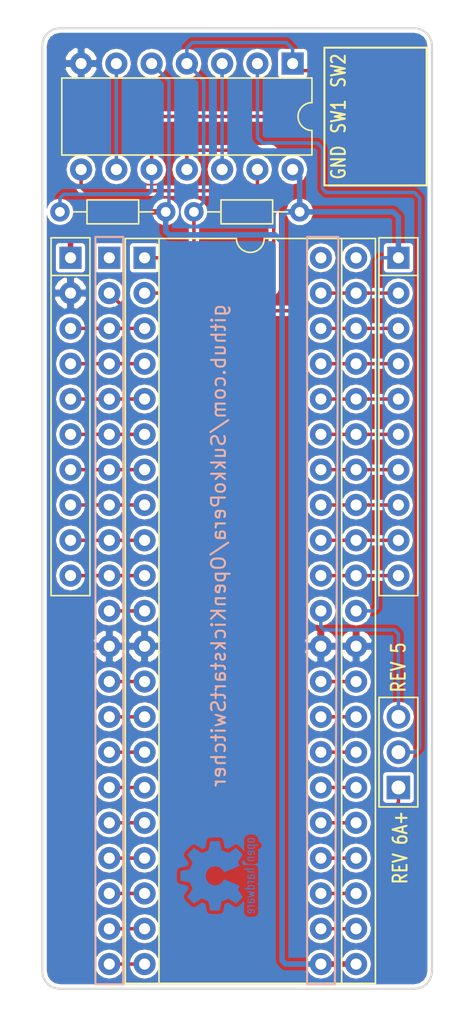
<source format=kicad_pcb>
(kicad_pcb (version 4) (host pcbnew 4.0.7)
  (layers (0 F.Cu signal) (31 B.Cu signal) (36 B.SilkS user) (37 F.SilkS user) (38 B.Mask user) (39 F.Mask user) (44 Edge.Cuts user))
  (net 0 "")
  (net 1 "Net-(J1-Pad1)")
  (net 2 "Net-(J1-Pad2)")
  (net 3 "Net-(J1-Pad3)")
  (net 4 /sw18)
  (net 5 /sw17)
  (net 6 GND)
  (net 7 VCC)
  (net 8 /a9)
  (net 9 /a10)
  (net 10 /a11)
  (net 11 /a12)
  (net 12 /a13)
  (net 13 /a14)
  (net 14 /a15)
  (net 15 /a16)
  (net 16 /a0)
  (net 17 /a1)
  (net 18 /a2)
  (net 19 /a3)
  (net 20 /a4)
  (net 21 /a5)
  (net 22 /a6)
  (net 23 /a7)
  (net 24 /a8)
  (net 25 /d4)
  (net 26 /d12)
  (net 27 /d5)
  (net 28 /d13)
  (net 29 /d6)
  (net 30 /d14)
  (net 31 /d7)
  (net 32 /d15)
  (net 33 "Net-(U1-Pad11)")
  (net 34 "Net-(U1-Pad13)")
  (net 35 /d0)
  (net 36 /d8)
  (net 37 /d1)
  (net 38 /d9)
  (net 39 /d2)
  (net 40 /d10)
  (net 41 /d3)
  (net 42 /d11)
  (net 43 "Net-(U2-Pad2)")
  (net 44 "Net-(U3-Pad13)")
  (net 45 "Net-(U3-Pad6)")
  (net 46 "Net-(U3-Pad12)")
  (module Resistors_THT:R_Axial_DIN0204_L3.6mm_D1.6mm_P7.62mm_Horizontal (layer F.Cu) (at 162.56 101.6 180)
    (fp_text reference R1 hide)
    (fp_text value 10k)
    (fp_line (start 1.95 -0.86) (end 1.95 0.86) (layer F.SilkS) (width 0.12))
    (fp_line (start 1.95 0.86) (end 5.67 0.86) (layer F.SilkS) (width 0.12))
    (fp_line (start 5.67 0.86) (end 5.67 -0.86) (layer F.SilkS) (width 0.12))
    (fp_line (start 5.67 -0.86) (end 1.95 -0.86) (layer F.SilkS) (width 0.12))
    (fp_line (start 0.88 0) (end 1.95 0) (layer F.SilkS) (width 0.12))
    (fp_line (start 6.74 0) (end 5.67 0) (layer F.SilkS) (width 0.12))
    (pad 1 thru_hole circle (at 0 0 180) (size 1.4 1.4) (drill 0.7) (layers *.Cu *.Mask) (net 7 VCC))
    (pad 2 thru_hole oval (at 7.62 0 180) (size 1.4 1.4) (drill 0.7) (layers *.Cu *.Mask) (net 4 /sw18))
  )
  (module Resistors_THT:R_Axial_DIN0204_L3.6mm_D1.6mm_P7.62mm_Horizontal (layer F.Cu) (at 152.908 101.6 180)
    (fp_text reference R2 hide)
    (fp_text value 10k)
    (fp_line (start 1.95 -0.86) (end 1.95 0.86) (layer F.SilkS) (width 0.12))
    (fp_line (start 1.95 0.86) (end 5.67 0.86) (layer F.SilkS) (width 0.12))
    (fp_line (start 5.67 0.86) (end 5.67 -0.86) (layer F.SilkS) (width 0.12))
    (fp_line (start 5.67 -0.86) (end 1.95 -0.86) (layer F.SilkS) (width 0.12))
    (fp_line (start 0.88 0) (end 1.95 0) (layer F.SilkS) (width 0.12))
    (fp_line (start 6.74 0) (end 5.67 0) (layer F.SilkS) (width 0.12))
    (pad 1 thru_hole circle (at 0 0 180) (size 1.4 1.4) (drill 0.7) (layers *.Cu *.Mask) (net 7 VCC))
    (pad 2 thru_hole oval (at 7.62 0 180) (size 1.4 1.4) (drill 0.7) (layers *.Cu *.Mask) (net 5 /sw17))
  )
  (module Resistors_THT:R_Array_SIP10 (layer F.Cu) (at 146.05 104.902 270)
    (fp_text reference RN1 hide)
    (fp_text value 4.7k hide)
    (fp_line (start -1.44 -1.4) (end -1.44 1.4) (layer F.SilkS) (width 0.12))
    (fp_line (start -1.44 1.4) (end 24.3 1.4) (layer F.SilkS) (width 0.12))
    (fp_line (start 24.3 1.4) (end 24.3 -1.4) (layer F.SilkS) (width 0.12))
    (fp_line (start 24.3 -1.4) (end -1.44 -1.4) (layer F.SilkS) (width 0.12))
    (fp_line (start 1.27 -1.4) (end 1.27 1.4) (layer F.SilkS) (width 0.12))
    (pad 1 thru_hole rect (at 0 0 270) (size 1.6 1.6) (drill 0.8) (layers *.Cu *.Mask) (net 7 VCC))
    (pad 2 thru_hole oval (at 2.54 0 270) (size 1.6 1.6) (drill 0.8) (layers *.Cu *.Mask) (net 6 GND))
    (pad 3 thru_hole oval (at 5.08 0 270) (size 1.6 1.6) (drill 0.8) (layers *.Cu *.Mask) (net 23 /a7))
    (pad 4 thru_hole oval (at 7.62 0 270) (size 1.6 1.6) (drill 0.8) (layers *.Cu *.Mask) (net 22 /a6))
    (pad 5 thru_hole oval (at 10.16 0 270) (size 1.6 1.6) (drill 0.8) (layers *.Cu *.Mask) (net 21 /a5))
    (pad 6 thru_hole oval (at 12.7 0 270) (size 1.6 1.6) (drill 0.8) (layers *.Cu *.Mask) (net 20 /a4))
    (pad 7 thru_hole oval (at 15.24 0 270) (size 1.6 1.6) (drill 0.8) (layers *.Cu *.Mask) (net 19 /a3))
    (pad 8 thru_hole oval (at 17.78 0 270) (size 1.6 1.6) (drill 0.8) (layers *.Cu *.Mask) (net 18 /a2))
    (pad 9 thru_hole oval (at 20.32 0 270) (size 1.6 1.6) (drill 0.8) (layers *.Cu *.Mask) (net 17 /a1))
    (pad 10 thru_hole oval (at 22.86 0 270) (size 1.6 1.6) (drill 0.8) (layers *.Cu *.Mask) (net 16 /a0))
  )
  (module Resistors_THT:R_Array_SIP10 (layer F.Cu) (at 169.672 104.902 270)
    (fp_text reference RN2 hide)
    (fp_text value 4.7k hide)
    (fp_line (start -1.44 -1.4) (end -1.44 1.4) (layer F.SilkS) (width 0.12))
    (fp_line (start -1.44 1.4) (end 24.3 1.4) (layer F.SilkS) (width 0.12))
    (fp_line (start 24.3 1.4) (end 24.3 -1.4) (layer F.SilkS) (width 0.12))
    (fp_line (start 24.3 -1.4) (end -1.44 -1.4) (layer F.SilkS) (width 0.12))
    (fp_line (start 1.27 -1.4) (end 1.27 1.4) (layer F.SilkS) (width 0.12))
    (pad 1 thru_hole rect (at 0 0 270) (size 1.6 1.6) (drill 0.8) (layers *.Cu *.Mask) (net 7 VCC))
    (pad 2 thru_hole oval (at 2.54 0 270) (size 1.6 1.6) (drill 0.8) (layers *.Cu *.Mask) (net 24 /a8))
    (pad 3 thru_hole oval (at 5.08 0 270) (size 1.6 1.6) (drill 0.8) (layers *.Cu *.Mask) (net 8 /a9))
    (pad 4 thru_hole oval (at 7.62 0 270) (size 1.6 1.6) (drill 0.8) (layers *.Cu *.Mask) (net 9 /a10))
    (pad 5 thru_hole oval (at 10.16 0 270) (size 1.6 1.6) (drill 0.8) (layers *.Cu *.Mask) (net 10 /a11))
    (pad 6 thru_hole oval (at 12.7 0 270) (size 1.6 1.6) (drill 0.8) (layers *.Cu *.Mask) (net 11 /a12))
    (pad 7 thru_hole oval (at 15.24 0 270) (size 1.6 1.6) (drill 0.8) (layers *.Cu *.Mask) (net 12 /a13))
    (pad 8 thru_hole oval (at 17.78 0 270) (size 1.6 1.6) (drill 0.8) (layers *.Cu *.Mask) (net 13 /a14))
    (pad 9 thru_hole oval (at 20.32 0 270) (size 1.6 1.6) (drill 0.8) (layers *.Cu *.Mask) (net 14 /a15))
    (pad 10 thru_hole oval (at 22.86 0 270) (size 1.6 1.6) (drill 0.8) (layers *.Cu *.Mask) (net 15 /a16))
  )
  (module Housings_DIP:DIP-14_W7.62mm (layer F.Cu) (at 162.052 90.932 270)
    (fp_text reference U3 hide)
    (fp_text value 7400)
    (fp_line (start 2.81 -1.39) (end 1.04 -1.39) (layer F.SilkS) (width 0.12))
    (fp_line (start 1.04 -1.39) (end 1.04 16.63) (layer F.SilkS) (width 0.12))
    (fp_line (start 1.04 16.63) (end 6.58 16.63) (layer F.SilkS) (width 0.12))
    (fp_line (start 6.58 16.63) (end 6.58 -1.39) (layer F.SilkS) (width 0.12))
    (fp_line (start 6.58 -1.39) (end 4.81 -1.39) (layer F.SilkS) (width 0.12))
    (fp_arc (start 3.81 -1.39) (end 2.81 -1.39) (angle -180) (layer F.SilkS) (width 0.12))
    (pad 1 thru_hole rect (at 0 0 270) (size 1.6 1.6) (drill 0.8) (layers *.Cu *.Mask) (net 4 /sw18))
    (pad 8 thru_hole oval (at 7.62 15.24 270) (size 1.6 1.6) (drill 0.8) (layers *.Cu *.Mask) (net 44 "Net-(U3-Pad13)"))
    (pad 2 thru_hole oval (at 0 2.54 270) (size 1.6 1.6) (drill 0.8) (layers *.Cu *.Mask) (net 2 "Net-(J1-Pad2)"))
    (pad 9 thru_hole oval (at 7.62 12.7 270) (size 1.6 1.6) (drill 0.8) (layers *.Cu *.Mask) (net 45 "Net-(U3-Pad6)"))
    (pad 3 thru_hole oval (at 0 5.08 270) (size 1.6 1.6) (drill 0.8) (layers *.Cu *.Mask) (net 46 "Net-(U3-Pad12)"))
    (pad 10 thru_hole oval (at 7.62 10.16 270) (size 1.6 1.6) (drill 0.8) (layers *.Cu *.Mask) (net 5 /sw17))
    (pad 4 thru_hole oval (at 0 7.62 270) (size 1.6 1.6) (drill 0.8) (layers *.Cu *.Mask) (net 4 /sw18))
    (pad 11 thru_hole oval (at 7.62 7.62 270) (size 1.6 1.6) (drill 0.8) (layers *.Cu *.Mask) (net 43 "Net-(U2-Pad2)"))
    (pad 5 thru_hole oval (at 0 10.16 270) (size 1.6 1.6) (drill 0.8) (layers *.Cu *.Mask) (net 7 VCC))
    (pad 12 thru_hole oval (at 7.62 5.08 270) (size 1.6 1.6) (drill 0.8) (layers *.Cu *.Mask) (net 46 "Net-(U3-Pad12)"))
    (pad 6 thru_hole oval (at 0 12.7 270) (size 1.6 1.6) (drill 0.8) (layers *.Cu *.Mask) (net 45 "Net-(U3-Pad6)"))
    (pad 13 thru_hole oval (at 7.62 2.54 270) (size 1.6 1.6) (drill 0.8) (layers *.Cu *.Mask) (net 44 "Net-(U3-Pad13)"))
    (pad 7 thru_hole oval (at 0 15.24 270) (size 1.6 1.6) (drill 0.8) (layers *.Cu *.Mask) (net 6 GND))
    (pad 14 thru_hole oval (at 7.62 0 270) (size 1.6 1.6) (drill 0.8) (layers *.Cu *.Mask) (net 7 VCC))
  )
  (module OpenKickstartSwitcher:LoosePads-3 (layer F.Cu) (at 168.783 94.77 270)
    (fp_text reference J2 hide)
    (fp_text value Conn_01x03 hide)
    (pad 1 smd rect (at -3.33 0) (size 5.08 2.54) (layers F.Cu F.Mask) (net 4 /sw18))
    (pad 2 smd rect (at -0.028 0) (size 5.08 2.54) (layers F.Cu F.Mask) (net 5 /sw17))
    (pad 3 smd rect (at 3.274 0) (size 5.08 2.54) (layers F.Cu F.Mask) (net 6 GND))
  )
  (module OpenKickstartSwitcher:DIP-42_DualHeaderStrips (layer F.Cu) (at 148.844 104.902)
    (fp_text reference U1 hide)
    (fp_text value KS_SOCKET hide)
    (fp_line (start 16.5 -1.5) (end 14.25 -1.5) (layer B.SilkS) (width 0.15))
    (fp_line (start 14.25 52.25) (end 16.25 52.25) (layer B.SilkS) (width 0.15))
    (fp_line (start -1 -1.5) (end 1 -1.5) (layer B.SilkS) (width 0.15))
    (fp_line (start 1 -1.5) (end 1 52.25) (layer B.SilkS) (width 0.15))
    (fp_line (start 14.25 52.25) (end 14.25 -1.5) (layer B.SilkS) (width 0.15))
    (fp_line (start -1 -1.5) (end -1 52.25) (layer B.SilkS) (width 0.15))
    (fp_line (start -1 52.25) (end 1 52.25) (layer B.SilkS) (width 0.15))
    (fp_line (start 16.25 52.25) (end 16.5 -1.5) (layer B.SilkS) (width 0.15))
    (pad 1 thru_hole rect (at 0 0) (size 1.6 1.6) (drill 0.8) (layers *.Cu *.Mask))
    (pad 22 thru_hole oval (at 15.24 50.8) (size 1.6 1.6) (drill 0.8) (layers *.Cu *.Mask) (net 7 VCC))
    (pad 2 thru_hole oval (at 0 2.54) (size 1.6 1.6) (drill 0.8) (layers *.Cu *.Mask) (net 1 "Net-(J1-Pad1)"))
    (pad 23 thru_hole oval (at 15.24 48.26) (size 1.6 1.6) (drill 0.8) (layers *.Cu *.Mask) (net 25 /d4))
    (pad 3 thru_hole oval (at 0 5.08) (size 1.6 1.6) (drill 0.8) (layers *.Cu *.Mask) (net 23 /a7))
    (pad 24 thru_hole oval (at 15.24 45.72) (size 1.6 1.6) (drill 0.8) (layers *.Cu *.Mask) (net 26 /d12))
    (pad 4 thru_hole oval (at 0 7.62) (size 1.6 1.6) (drill 0.8) (layers *.Cu *.Mask) (net 22 /a6))
    (pad 25 thru_hole oval (at 15.24 43.18) (size 1.6 1.6) (drill 0.8) (layers *.Cu *.Mask) (net 27 /d5))
    (pad 5 thru_hole oval (at 0 10.16) (size 1.6 1.6) (drill 0.8) (layers *.Cu *.Mask) (net 21 /a5))
    (pad 26 thru_hole oval (at 15.24 40.64) (size 1.6 1.6) (drill 0.8) (layers *.Cu *.Mask) (net 28 /d13))
    (pad 6 thru_hole oval (at 0 12.7) (size 1.6 1.6) (drill 0.8) (layers *.Cu *.Mask) (net 20 /a4))
    (pad 27 thru_hole oval (at 15.24 38.1) (size 1.6 1.6) (drill 0.8) (layers *.Cu *.Mask) (net 29 /d6))
    (pad 7 thru_hole oval (at 0 15.24) (size 1.6 1.6) (drill 0.8) (layers *.Cu *.Mask) (net 19 /a3))
    (pad 28 thru_hole oval (at 15.24 35.56) (size 1.6 1.6) (drill 0.8) (layers *.Cu *.Mask) (net 30 /d14))
    (pad 8 thru_hole oval (at 0 17.78) (size 1.6 1.6) (drill 0.8) (layers *.Cu *.Mask) (net 18 /a2))
    (pad 29 thru_hole oval (at 15.24 33.02) (size 1.6 1.6) (drill 0.8) (layers *.Cu *.Mask) (net 31 /d7))
    (pad 9 thru_hole oval (at 0 20.32) (size 1.6 1.6) (drill 0.8) (layers *.Cu *.Mask) (net 17 /a1))
    (pad 30 thru_hole oval (at 15.24 30.48) (size 1.6 1.6) (drill 0.8) (layers *.Cu *.Mask) (net 32 /d15))
    (pad 10 thru_hole oval (at 0 22.86) (size 1.6 1.6) (drill 0.8) (layers *.Cu *.Mask) (net 16 /a0))
    (pad 31 thru_hole oval (at 15.24 27.94) (size 1.6 1.6) (drill 0.8) (layers *.Cu *.Mask) (net 6 GND))
    (pad 11 thru_hole oval (at 0 25.4) (size 1.6 1.6) (drill 0.8) (layers *.Cu *.Mask) (net 33 "Net-(U1-Pad11)"))
    (pad 32 thru_hole oval (at 15.24 25.4) (size 1.6 1.6) (drill 0.8) (layers *.Cu *.Mask) (net 3 "Net-(J1-Pad3)"))
    (pad 12 thru_hole oval (at 0 27.94) (size 1.6 1.6) (drill 0.8) (layers *.Cu *.Mask) (net 6 GND))
    (pad 33 thru_hole oval (at 15.24 22.86) (size 1.6 1.6) (drill 0.8) (layers *.Cu *.Mask) (net 15 /a16))
    (pad 13 thru_hole oval (at 0 30.48) (size 1.6 1.6) (drill 0.8) (layers *.Cu *.Mask) (net 34 "Net-(U1-Pad13)"))
    (pad 34 thru_hole oval (at 15.24 20.32) (size 1.6 1.6) (drill 0.8) (layers *.Cu *.Mask) (net 14 /a15))
    (pad 14 thru_hole oval (at 0 33.02) (size 1.6 1.6) (drill 0.8) (layers *.Cu *.Mask) (net 35 /d0))
    (pad 35 thru_hole oval (at 15.24 17.78) (size 1.6 1.6) (drill 0.8) (layers *.Cu *.Mask) (net 13 /a14))
    (pad 15 thru_hole oval (at 0 35.56) (size 1.6 1.6) (drill 0.8) (layers *.Cu *.Mask) (net 36 /d8))
    (pad 36 thru_hole oval (at 15.24 15.24) (size 1.6 1.6) (drill 0.8) (layers *.Cu *.Mask) (net 12 /a13))
    (pad 16 thru_hole oval (at 0 38.1) (size 1.6 1.6) (drill 0.8) (layers *.Cu *.Mask) (net 37 /d1))
    (pad 37 thru_hole oval (at 15.24 12.7) (size 1.6 1.6) (drill 0.8) (layers *.Cu *.Mask) (net 11 /a12))
    (pad 17 thru_hole oval (at 0 40.64) (size 1.6 1.6) (drill 0.8) (layers *.Cu *.Mask) (net 38 /d9))
    (pad 38 thru_hole oval (at 15.24 10.16) (size 1.6 1.6) (drill 0.8) (layers *.Cu *.Mask) (net 10 /a11))
    (pad 18 thru_hole oval (at 0 43.18) (size 1.6 1.6) (drill 0.8) (layers *.Cu *.Mask) (net 39 /d2))
    (pad 39 thru_hole oval (at 15.24 7.62) (size 1.6 1.6) (drill 0.8) (layers *.Cu *.Mask) (net 9 /a10))
    (pad 19 thru_hole oval (at 0 45.72) (size 1.6 1.6) (drill 0.8) (layers *.Cu *.Mask) (net 40 /d10))
    (pad 40 thru_hole oval (at 15.24 5.08) (size 1.6 1.6) (drill 0.8) (layers *.Cu *.Mask) (net 8 /a9))
    (pad 20 thru_hole oval (at 0 48.26) (size 1.6 1.6) (drill 0.8) (layers *.Cu *.Mask) (net 41 /d3))
    (pad 41 thru_hole oval (at 15.24 2.54) (size 1.6 1.6) (drill 0.8) (layers *.Cu *.Mask) (net 24 /a8))
    (pad 21 thru_hole oval (at 0 50.8) (size 1.6 1.6) (drill 0.8) (layers *.Cu *.Mask) (net 42 /d11))
    (pad 42 thru_hole oval (at 15.24 0) (size 1.6 1.6) (drill 0.8) (layers *.Cu *.Mask))
  )
  (module OpenKickstartSwitcher:Pin_Header_Straight_1x03-ModSilkS (layer F.Cu) (at 169.672 143.002 180)
    (fp_text reference J1 hide)
    (fp_text value Conn_01x03 hide)
    (fp_line (start -1.397 -1.397) (end -1.397 6.477) (layer F.SilkS) (width 0.12))
    (fp_line (start -1.397 6.477) (end 1.397 6.477) (layer F.SilkS) (width 0.12))
    (fp_line (start 1.397 6.477) (end 1.397 -1.397) (layer F.SilkS) (width 0.12))
    (fp_line (start 1.397 -1.397) (end -1.397 -1.397) (layer F.SilkS) (width 0.12))
    (pad 1 thru_hole rect (at 0 0 180) (size 1.7 1.7) (drill 1) (layers *.Cu *.Mask) (net 1 "Net-(J1-Pad1)"))
    (pad 2 thru_hole oval (at 0 2.54 180) (size 1.7 1.7) (drill 1) (layers *.Cu *.Mask) (net 2 "Net-(J1-Pad2)"))
    (pad 3 thru_hole oval (at 0 5.08 180) (size 1.7 1.7) (drill 1) (layers *.Cu *.Mask) (net 3 "Net-(J1-Pad3)"))
  )
  (module OpenKickstartSwitcher:DIP-42_Socket (layer F.Cu) (at 151.384 104.902)
    (fp_text reference U2 hide)
    (fp_text value M27C800)
    (fp_line (start 6.62 -1.39) (end -1.39 -1.39) (layer F.SilkS) (width 0.12))
    (fp_line (start 1.04 -1.39) (end 1.04 52.19) (layer F.SilkS) (width 0.12))
    (fp_line (start 1.04 52.19) (end 14.2 52.19) (layer F.SilkS) (width 0.12))
    (fp_line (start 14.2 52.19) (end 14.2 -1.39) (layer F.SilkS) (width 0.12))
    (fp_line (start 16.63 -1.39) (end 8.62 -1.39) (layer F.SilkS) (width 0.12))
    (fp_line (start -1.39 -1.39) (end -1.39 52.19) (layer F.SilkS) (width 0.12))
    (fp_line (start -1.39 52.19) (end 16.63 52.19) (layer F.SilkS) (width 0.12))
    (fp_line (start 16.63 52.19) (end 16.63 -1.39) (layer F.SilkS) (width 0.12))
    (fp_arc (start 7.62 -1.39) (end 6.62 -1.39) (angle -180) (layer F.SilkS) (width 0.12))
    (pad 1 thru_hole rect (at 0 0) (size 1.6 1.6) (drill 0.8) (layers *.Cu *.Mask) (net 4 /sw18))
    (pad 22 thru_hole oval (at 15.24 50.8) (size 1.6 1.6) (drill 0.8) (layers *.Cu *.Mask) (net 7 VCC))
    (pad 2 thru_hole oval (at 0 2.54) (size 1.6 1.6) (drill 0.8) (layers *.Cu *.Mask) (net 43 "Net-(U2-Pad2)"))
    (pad 23 thru_hole oval (at 15.24 48.26) (size 1.6 1.6) (drill 0.8) (layers *.Cu *.Mask) (net 25 /d4))
    (pad 3 thru_hole oval (at 0 5.08) (size 1.6 1.6) (drill 0.8) (layers *.Cu *.Mask) (net 23 /a7))
    (pad 24 thru_hole oval (at 15.24 45.72) (size 1.6 1.6) (drill 0.8) (layers *.Cu *.Mask) (net 26 /d12))
    (pad 4 thru_hole oval (at 0 7.62) (size 1.6 1.6) (drill 0.8) (layers *.Cu *.Mask) (net 22 /a6))
    (pad 25 thru_hole oval (at 15.24 43.18) (size 1.6 1.6) (drill 0.8) (layers *.Cu *.Mask) (net 27 /d5))
    (pad 5 thru_hole oval (at 0 10.16) (size 1.6 1.6) (drill 0.8) (layers *.Cu *.Mask) (net 21 /a5))
    (pad 26 thru_hole oval (at 15.24 40.64) (size 1.6 1.6) (drill 0.8) (layers *.Cu *.Mask) (net 28 /d13))
    (pad 6 thru_hole oval (at 0 12.7) (size 1.6 1.6) (drill 0.8) (layers *.Cu *.Mask) (net 20 /a4))
    (pad 27 thru_hole oval (at 15.24 38.1) (size 1.6 1.6) (drill 0.8) (layers *.Cu *.Mask) (net 29 /d6))
    (pad 7 thru_hole oval (at 0 15.24) (size 1.6 1.6) (drill 0.8) (layers *.Cu *.Mask) (net 19 /a3))
    (pad 28 thru_hole oval (at 15.24 35.56) (size 1.6 1.6) (drill 0.8) (layers *.Cu *.Mask) (net 30 /d14))
    (pad 8 thru_hole oval (at 0 17.78) (size 1.6 1.6) (drill 0.8) (layers *.Cu *.Mask) (net 18 /a2))
    (pad 29 thru_hole oval (at 15.24 33.02) (size 1.6 1.6) (drill 0.8) (layers *.Cu *.Mask) (net 31 /d7))
    (pad 9 thru_hole oval (at 0 20.32) (size 1.6 1.6) (drill 0.8) (layers *.Cu *.Mask) (net 17 /a1))
    (pad 30 thru_hole oval (at 15.24 30.48) (size 1.6 1.6) (drill 0.8) (layers *.Cu *.Mask) (net 32 /d15))
    (pad 10 thru_hole oval (at 0 22.86) (size 1.6 1.6) (drill 0.8) (layers *.Cu *.Mask) (net 16 /a0))
    (pad 31 thru_hole oval (at 15.24 27.94) (size 1.6 1.6) (drill 0.8) (layers *.Cu *.Mask) (net 6 GND))
    (pad 11 thru_hole oval (at 0 25.4) (size 1.6 1.6) (drill 0.8) (layers *.Cu *.Mask) (net 33 "Net-(U1-Pad11)"))
    (pad 32 thru_hole oval (at 15.24 25.4) (size 1.6 1.6) (drill 0.8) (layers *.Cu *.Mask) (net 7 VCC))
    (pad 12 thru_hole oval (at 0 27.94) (size 1.6 1.6) (drill 0.8) (layers *.Cu *.Mask) (net 6 GND))
    (pad 33 thru_hole oval (at 15.24 22.86) (size 1.6 1.6) (drill 0.8) (layers *.Cu *.Mask) (net 15 /a16))
    (pad 13 thru_hole oval (at 0 30.48) (size 1.6 1.6) (drill 0.8) (layers *.Cu *.Mask) (net 34 "Net-(U1-Pad13)"))
    (pad 34 thru_hole oval (at 15.24 20.32) (size 1.6 1.6) (drill 0.8) (layers *.Cu *.Mask) (net 14 /a15))
    (pad 14 thru_hole oval (at 0 33.02) (size 1.6 1.6) (drill 0.8) (layers *.Cu *.Mask) (net 35 /d0))
    (pad 35 thru_hole oval (at 15.24 17.78) (size 1.6 1.6) (drill 0.8) (layers *.Cu *.Mask) (net 13 /a14))
    (pad 15 thru_hole oval (at 0 35.56) (size 1.6 1.6) (drill 0.8) (layers *.Cu *.Mask) (net 36 /d8))
    (pad 36 thru_hole oval (at 15.24 15.24) (size 1.6 1.6) (drill 0.8) (layers *.Cu *.Mask) (net 12 /a13))
    (pad 16 thru_hole oval (at 0 38.1) (size 1.6 1.6) (drill 0.8) (layers *.Cu *.Mask) (net 37 /d1))
    (pad 37 thru_hole oval (at 15.24 12.7) (size 1.6 1.6) (drill 0.8) (layers *.Cu *.Mask) (net 11 /a12))
    (pad 17 thru_hole oval (at 0 40.64) (size 1.6 1.6) (drill 0.8) (layers *.Cu *.Mask) (net 38 /d9))
    (pad 38 thru_hole oval (at 15.24 10.16) (size 1.6 1.6) (drill 0.8) (layers *.Cu *.Mask) (net 10 /a11))
    (pad 18 thru_hole oval (at 0 43.18) (size 1.6 1.6) (drill 0.8) (layers *.Cu *.Mask) (net 39 /d2))
    (pad 39 thru_hole oval (at 15.24 7.62) (size 1.6 1.6) (drill 0.8) (layers *.Cu *.Mask) (net 9 /a10))
    (pad 19 thru_hole oval (at 0 45.72) (size 1.6 1.6) (drill 0.8) (layers *.Cu *.Mask) (net 40 /d10))
    (pad 40 thru_hole oval (at 15.24 5.08) (size 1.6 1.6) (drill 0.8) (layers *.Cu *.Mask) (net 8 /a9))
    (pad 20 thru_hole oval (at 0 48.26) (size 1.6 1.6) (drill 0.8) (layers *.Cu *.Mask) (net 41 /d3))
    (pad 41 thru_hole oval (at 15.24 2.54) (size 1.6 1.6) (drill 0.8) (layers *.Cu *.Mask) (net 24 /a8))
    (pad 21 thru_hole oval (at 0 50.8) (size 1.6 1.6) (drill 0.8) (layers *.Cu *.Mask) (net 42 /d11))
    (pad 42 thru_hole oval (at 15.24 0) (size 1.6 1.6) (drill 0.8) (layers *.Cu *.Mask))
  )
  (module w_logo:Logo_copper_OSHW_6x6mm (layer B.Cu) (at 156.21 149.352 270)
    (fp_text reference J99 hide)
    (fp_text value OSHW_LOGO hide)
    (fp_line (start 2.16 -2.62) (end 2.16 -3.08) (layer B.Cu) (width 0.075))
    (fp_line (start 2.25 -2.62) (end 2.3 -2.62) (layer B.Cu) (width 0.075))
    (fp_line (start 2.2 -2.65) (end 2.25 -2.62) (layer B.Cu) (width 0.075))
    (fp_line (start 2.18 -2.67) (end 2.2 -2.65) (layer B.Cu) (width 0.075))
    (fp_line (start 2.16 -2.74) (end 2.18 -2.67) (layer B.Cu) (width 0.075))
    (fp_line (start 2.6 -3.08) (end 2.65 -3.05) (layer B.Cu) (width 0.075))
    (fp_line (start 2.5 -3.08) (end 2.6 -3.08) (layer B.Cu) (width 0.075))
    (fp_line (start 2.46 -3.05) (end 2.5 -3.08) (layer B.Cu) (width 0.075))
    (fp_line (start 2.44 -2.98) (end 2.46 -3.05) (layer B.Cu) (width 0.075))
    (fp_line (start 2.44 -2.71) (end 2.44 -2.98) (layer B.Cu) (width 0.075))
    (fp_line (start 2.47 -2.65) (end 2.44 -2.71) (layer B.Cu) (width 0.075))
    (fp_line (start 2.51 -2.62) (end 2.47 -2.65) (layer B.Cu) (width 0.075))
    (fp_line (start 2.61 -2.62) (end 2.51 -2.62) (layer B.Cu) (width 0.075))
    (fp_line (start 2.65 -2.66) (end 2.61 -2.62) (layer B.Cu) (width 0.075))
    (fp_line (start 2.67 -2.73) (end 2.65 -2.66) (layer B.Cu) (width 0.075))
    (fp_line (start 2.67 -2.85) (end 2.67 -2.73) (layer B.Cu) (width 0.075))
    (fp_line (start 2.67 -2.85) (end 2.44 -2.85) (layer B.Cu) (width 0.075))
    (fp_line (start 1.92 -2.71) (end 1.92 -3.08) (layer B.Cu) (width 0.075))
    (fp_line (start 1.89 -2.65) (end 1.92 -2.71) (layer B.Cu) (width 0.075))
    (fp_line (start 1.85 -2.62) (end 1.89 -2.65) (layer B.Cu) (width 0.075))
    (fp_line (start 1.75 -2.62) (end 1.85 -2.62) (layer B.Cu) (width 0.075))
    (fp_line (start 1.7 -2.65) (end 1.75 -2.62) (layer B.Cu) (width 0.075))
    (fp_line (start 1.76 -2.81) (end 1.71 -2.84) (layer B.Cu) (width 0.075))
    (fp_line (start 1.88 -2.81) (end 1.76 -2.81) (layer B.Cu) (width 0.075))
    (fp_line (start 1.92 -2.78) (end 1.88 -2.81) (layer B.Cu) (width 0.075))
    (fp_line (start 1.87 -3.08) (end 1.92 -3.04) (layer B.Cu) (width 0.075))
    (fp_line (start 1.75 -3.08) (end 1.87 -3.08) (layer B.Cu) (width 0.075))
    (fp_line (start 1.7 -3.04) (end 1.75 -3.08) (layer B.Cu) (width 0.075))
    (fp_line (start 1.68 -2.98) (end 1.7 -3.04) (layer B.Cu) (width 0.075))
    (fp_line (start 1.68 -2.91) (end 1.68 -2.98) (layer B.Cu) (width 0.075))
    (fp_line (start 1.71 -2.84) (end 1.68 -2.91) (layer B.Cu) (width 0.075))
    (fp_line (start 1.13 -2.62) (end 1.23 -3.08) (layer B.Cu) (width 0.075))
    (fp_line (start 1.23 -3.08) (end 1.32 -2.74) (layer B.Cu) (width 0.075))
    (fp_line (start 1.32 -2.74) (end 1.42 -3.08) (layer B.Cu) (width 0.075))
    (fp_line (start 1.42 -3.08) (end 1.52 -2.62) (layer B.Cu) (width 0.075))
    (fp_line (start 0.94 -3.05) (end 0.9 -3.08) (layer B.Cu) (width 0.075))
    (fp_line (start 0.9 -3.08) (end 0.79 -3.08) (layer B.Cu) (width 0.075))
    (fp_line (start 0.79 -3.08) (end 0.75 -3.05) (layer B.Cu) (width 0.075))
    (fp_line (start 0.75 -3.05) (end 0.73 -3.02) (layer B.Cu) (width 0.075))
    (fp_line (start 0.73 -3.02) (end 0.7 -2.95) (layer B.Cu) (width 0.075))
    (fp_line (start 0.7 -2.95) (end 0.7 -2.75) (layer B.Cu) (width 0.075))
    (fp_line (start 0.7 -2.75) (end 0.73 -2.68) (layer B.Cu) (width 0.075))
    (fp_line (start 0.73 -2.68) (end 0.75 -2.65) (layer B.Cu) (width 0.075))
    (fp_line (start 0.75 -2.65) (end 0.81 -2.61) (layer B.Cu) (width 0.075))
    (fp_line (start 0.81 -2.61) (end 0.88 -2.61) (layer B.Cu) (width 0.075))
    (fp_line (start 0.88 -2.61) (end 0.94 -2.65) (layer B.Cu) (width 0.075))
    (fp_line (start 0.94 -2.38) (end 0.94 -3.08) (layer B.Cu) (width 0.075))
    (fp_line (start 0.42 -2.74) (end 0.44 -2.67) (layer B.Cu) (width 0.075))
    (fp_line (start 0.44 -2.67) (end 0.46 -2.65) (layer B.Cu) (width 0.075))
    (fp_line (start 0.46 -2.65) (end 0.51 -2.62) (layer B.Cu) (width 0.075))
    (fp_line (start 0.51 -2.62) (end 0.56 -2.62) (layer B.Cu) (width 0.075))
    (fp_line (start 0.42 -2.62) (end 0.42 -3.08) (layer B.Cu) (width 0.075))
    (fp_line (start -0.03 -2.84) (end -0.06 -2.91) (layer B.Cu) (width 0.075))
    (fp_line (start -0.06 -2.91) (end -0.06 -2.98) (layer B.Cu) (width 0.075))
    (fp_line (start -0.06 -2.98) (end -0.04 -3.04) (layer B.Cu) (width 0.075))
    (fp_line (start -0.04 -3.04) (end 0.01 -3.08) (layer B.Cu) (width 0.075))
    (fp_line (start 0.01 -3.08) (end 0.13 -3.08) (layer B.Cu) (width 0.075))
    (fp_line (start 0.13 -3.08) (end 0.18 -3.04) (layer B.Cu) (width 0.075))
    (fp_line (start 0.18 -2.78) (end 0.14 -2.81) (layer B.Cu) (width 0.075))
    (fp_line (start 0.14 -2.81) (end 0.02 -2.81) (layer B.Cu) (width 0.075))
    (fp_line (start 0.02 -2.81) (end -0.03 -2.84) (layer B.Cu) (width 0.075))
    (fp_line (start -0.04 -2.65) (end 0.01 -2.62) (layer B.Cu) (width 0.075))
    (fp_line (start 0.01 -2.62) (end 0.11 -2.62) (layer B.Cu) (width 0.075))
    (fp_line (start 0.11 -2.62) (end 0.15 -2.65) (layer B.Cu) (width 0.075))
    (fp_line (start 0.15 -2.65) (end 0.18 -2.71) (layer B.Cu) (width 0.075))
    (fp_line (start 0.18 -2.71) (end 0.18 -3.08) (layer B.Cu) (width 0.075))
    (fp_line (start -0.49 -2.69) (end -0.47 -2.65) (layer B.Cu) (width 0.075))
    (fp_line (start -0.47 -2.65) (end -0.42 -2.62) (layer B.Cu) (width 0.075))
    (fp_line (start -0.42 -2.62) (end -0.34 -2.62) (layer B.Cu) (width 0.075))
    (fp_line (start -0.34 -2.62) (end -0.3 -2.65) (layer B.Cu) (width 0.075))
    (fp_line (start -0.3 -2.65) (end -0.28 -2.71) (layer B.Cu) (width 0.075))
    (fp_line (start -0.28 -2.71) (end -0.28 -3.08) (layer B.Cu) (width 0.075))
    (fp_line (start -0.49 -2.38) (end -0.49 -3.08) (layer B.Cu) (width 0.075))
    (fp_line (start -1.54 -2.85) (end -1.77 -2.85) (layer B.Cu) (width 0.075))
    (fp_line (start -1.32 -2.68) (end -1.3 -2.65) (layer B.Cu) (width 0.075))
    (fp_line (start -1.3 -2.65) (end -1.26 -2.62) (layer B.Cu) (width 0.075))
    (fp_line (start -1.26 -2.62) (end -1.17 -2.62) (layer B.Cu) (width 0.075))
    (fp_line (start -1.17 -2.62) (end -1.13 -2.65) (layer B.Cu) (width 0.075))
    (fp_line (start -1.13 -2.65) (end -1.11 -2.71) (layer B.Cu) (width 0.075))
    (fp_line (start -1.11 -2.71) (end -1.11 -3.08) (layer B.Cu) (width 0.075))
    (fp_line (start -1.32 -2.62) (end -1.32 -3.08) (layer B.Cu) (width 0.075))
    (fp_line (start -1.54 -2.85) (end -1.54 -2.73) (layer B.Cu) (width 0.075))
    (fp_line (start -1.54 -2.73) (end -1.56 -2.66) (layer B.Cu) (width 0.075))
    (fp_line (start -1.56 -2.66) (end -1.6 -2.62) (layer B.Cu) (width 0.075))
    (fp_line (start -1.6 -2.62) (end -1.7 -2.62) (layer B.Cu) (width 0.075))
    (fp_line (start -1.7 -2.62) (end -1.74 -2.65) (layer B.Cu) (width 0.075))
    (fp_line (start -1.74 -2.65) (end -1.77 -2.71) (layer B.Cu) (width 0.075))
    (fp_line (start -1.77 -2.71) (end -1.77 -2.98) (layer B.Cu) (width 0.075))
    (fp_line (start -1.77 -2.98) (end -1.75 -3.05) (layer B.Cu) (width 0.075))
    (fp_line (start -1.75 -3.05) (end -1.71 -3.08) (layer B.Cu) (width 0.075))
    (fp_line (start -1.71 -3.08) (end -1.61 -3.08) (layer B.Cu) (width 0.075))
    (fp_line (start -1.61 -3.08) (end -1.56 -3.05) (layer B.Cu) (width 0.075))
    (fp_line (start -2.2 -2.65) (end -2.16 -2.62) (layer B.Cu) (width 0.075))
    (fp_line (start -2.16 -2.62) (end -2.06 -2.62) (layer B.Cu) (width 0.075))
    (fp_line (start -2.06 -2.62) (end -2.02 -2.65) (layer B.Cu) (width 0.075))
    (fp_line (start -2.02 -2.65) (end -1.99 -2.68) (layer B.Cu) (width 0.075))
    (fp_line (start -1.99 -2.68) (end -1.97 -2.74) (layer B.Cu) (width 0.075))
    (fp_line (start -1.97 -2.74) (end -1.97 -2.96) (layer B.Cu) (width 0.075))
    (fp_line (start -1.97 -2.96) (end -1.99 -3.02) (layer B.Cu) (width 0.075))
    (fp_line (start -1.99 -3.02) (end -2.01 -3.05) (layer B.Cu) (width 0.075))
    (fp_line (start -2.01 -3.05) (end -2.05 -3.08) (layer B.Cu) (width 0.075))
    (fp_line (start -2.05 -3.08) (end -2.15 -3.08) (layer B.Cu) (width 0.075))
    (fp_line (start -2.15 -3.08) (end -2.2 -3.05) (layer B.Cu) (width 0.075))
    (fp_line (start -2.2 -3.32) (end -2.2 -2.62) (layer B.Cu) (width 0.075))
    (fp_line (start -2.51 -2.62) (end -2.59 -2.62) (layer B.Cu) (width 0.075))
    (fp_line (start -2.59 -2.62) (end -2.63 -2.65) (layer B.Cu) (width 0.075))
    (fp_line (start -2.63 -2.65) (end -2.65 -2.68) (layer B.Cu) (width 0.075))
    (fp_line (start -2.65 -2.68) (end -2.68 -2.75) (layer B.Cu) (width 0.075))
    (fp_line (start -2.59 -3.08) (end -2.51 -3.08) (layer B.Cu) (width 0.075))
    (fp_line (start -2.51 -3.08) (end -2.46 -3.05) (layer B.Cu) (width 0.075))
    (fp_line (start -2.46 -3.05) (end -2.44 -3.02) (layer B.Cu) (width 0.075))
    (fp_line (start -2.44 -3.02) (end -2.42 -2.95) (layer B.Cu) (width 0.075))
    (fp_line (start -2.42 -2.95) (end -2.42 -2.75) (layer B.Cu) (width 0.075))
    (fp_line (start -2.42 -2.75) (end -2.44 -2.69) (layer B.Cu) (width 0.075))
    (fp_line (start -2.44 -2.69) (end -2.46 -2.66) (layer B.Cu) (width 0.075))
    (fp_line (start -2.46 -2.66) (end -2.51 -2.62) (layer B.Cu) (width 0.075))
    (fp_line (start -2.68 -2.75) (end -2.68 -2.95) (layer B.Cu) (width 0.075))
    (fp_line (start -2.68 -2.95) (end -2.66 -3.01) (layer B.Cu) (width 0.075))
    (fp_line (start -2.66 -3.01) (end -2.64 -3.04) (layer B.Cu) (width 0.075))
    (fp_line (start -2.64 -3.04) (end -2.59 -3.08) (layer B.Cu) (width 0.075))
    (fp_poly (pts (xy -1.51384 -2.24536) (xy -1.48844 -2.23012) (xy -1.43002 -2.19456) (xy -1.3462 -2.13868) (xy -1.24714 -2.07264) (xy -1.14808 -2.0066) (xy -1.0668 -1.95326) (xy -1.01092 -1.91516) (xy -0.98552 -1.90246) (xy -0.97282 -1.90754) (xy -0.9271 -1.9304) (xy -0.85852 -1.96596) (xy -0.81788 -1.98628) (xy -0.75692 -2.01168) (xy -0.7239 -2.0193) (xy -0.71882 -2.00914) (xy -0.69596 -1.96088) (xy -0.6604 -1.8796) (xy -0.61468 -1.77038) (xy -0.5588 -1.64338) (xy -0.50292 -1.50876) (xy -0.4445 -1.36906) (xy -0.38862 -1.23444) (xy -0.34036 -1.11506) (xy -0.29972 -1.01854) (xy -0.27432 -0.94996) (xy -0.26416 -0.92202) (xy -0.2667 -0.9144) (xy -0.29972 -0.88392) (xy -0.35306 -0.84328) (xy -0.47244 -0.74676) (xy -0.58928 -0.60198) (xy -0.6604 -0.43688) (xy -0.68326 -0.25146) (xy -0.66294 -0.08128) (xy -0.5969 0.08128) (xy -0.4826 0.2286) (xy -0.3429 0.33782) (xy -0.18034 0.4064) (xy 0 0.42926) (xy 0.17272 0.40894) (xy 0.34036 0.3429) (xy 0.48768 0.23114) (xy 0.55118 0.16002) (xy 0.63754 0.01016) (xy 0.6858 -0.14732) (xy 0.69088 -0.18796) (xy 0.68326 -0.36322) (xy 0.63246 -0.5334) (xy 0.53848 -0.68326) (xy 0.40894 -0.80772) (xy 0.3937 -0.81788) (xy 0.33528 -0.8636) (xy 0.29464 -0.89408) (xy 0.26416 -0.91948) (xy 0.48768 -1.45796) (xy 0.52324 -1.54178) (xy 0.5842 -1.6891) (xy 0.63754 -1.8161) (xy 0.68072 -1.9177) (xy 0.7112 -1.98374) (xy 0.7239 -2.01168) (xy 0.7239 -2.01422) (xy 0.74422 -2.01676) (xy 0.78486 -2.00152) (xy 0.86106 -1.96596) (xy 0.90932 -1.94056) (xy 0.96774 -1.91262) (xy 0.99314 -1.90246) (xy 1.016 -1.91516) (xy 1.06934 -1.95072) (xy 1.15062 -2.00406) (xy 1.24714 -2.06756) (xy 1.33858 -2.13106) (xy 1.4224 -2.18694) (xy 1.48336 -2.22504) (xy 1.51384 -2.24282) (xy 1.51892 -2.24282) (xy 1.54432 -2.22758) (xy 1.59258 -2.18694) (xy 1.66624 -2.11836) (xy 1.77038 -2.01422) (xy 1.78562 -1.99898) (xy 1.87198 -1.91262) (xy 1.94056 -1.83896) (xy 1.98628 -1.78816) (xy 2.00406 -1.7653) (xy 2.00406 -1.7653) (xy 1.98882 -1.73482) (xy 1.95072 -1.67386) (xy 1.89484 -1.5875) (xy 1.82626 -1.48844) (xy 1.64846 -1.22936) (xy 1.74498 -0.98552) (xy 1.77546 -0.90932) (xy 1.81356 -0.82042) (xy 1.8415 -0.75438) (xy 1.85674 -0.72644) (xy 1.88214 -0.71628) (xy 1.95072 -0.70104) (xy 2.04724 -0.68072) (xy 2.16154 -0.6604) (xy 2.2733 -0.64008) (xy 2.37236 -0.61976) (xy 2.44348 -0.60706) (xy 2.4765 -0.59944) (xy 2.48412 -0.59436) (xy 2.49174 -0.57912) (xy 2.49428 -0.5461) (xy 2.49682 -0.48514) (xy 2.49936 -0.39116) (xy 2.49936 -0.25146) (xy 2.49936 -0.23622) (xy 2.49682 -0.10668) (xy 2.49428 0) (xy 2.49174 0.06604) (xy 2.48666 0.09398) (xy 2.48666 0.09398) (xy 2.45618 0.1016) (xy 2.38506 0.11684) (xy 2.286 0.13462) (xy 2.16662 0.15748) (xy 2.159 0.16002) (xy 2.04216 0.18288) (xy 1.9431 0.2032) (xy 1.87198 0.21844) (xy 1.84404 0.2286) (xy 1.83642 0.23622) (xy 1.81356 0.28194) (xy 1.78054 0.3556) (xy 1.7399 0.4445) (xy 1.7018 0.53848) (xy 1.66878 0.6223) (xy 1.64592 0.68326) (xy 1.6383 0.7112) (xy 1.64084 0.71374) (xy 1.65862 0.74168) (xy 1.69926 0.80264) (xy 1.75514 0.88646) (xy 1.82372 0.98806) (xy 1.8288 0.99568) (xy 1.89738 1.09474) (xy 1.95326 1.1811) (xy 1.98882 1.23952) (xy 2.00406 1.26746) (xy 2.00406 1.27) (xy 1.9812 1.30048) (xy 1.9304 1.35636) (xy 1.85674 1.43256) (xy 1.77038 1.52146) (xy 1.74244 1.54686) (xy 1.64338 1.64338) (xy 1.57734 1.70434) (xy 1.53416 1.73736) (xy 1.51384 1.74498) (xy 1.51384 1.74498) (xy 1.48336 1.7272) (xy 1.41986 1.68656) (xy 1.33604 1.62814) (xy 1.23444 1.55956) (xy 1.22682 1.55448) (xy 1.12776 1.4859) (xy 1.04394 1.43002) (xy 0.98552 1.38938) (xy 0.95758 1.37414) (xy 0.95504 1.37414) (xy 0.9144 1.38684) (xy 0.84328 1.41224) (xy 0.75438 1.44526) (xy 0.66294 1.48336) (xy 0.57912 1.51892) (xy 0.51562 1.54686) (xy 0.48514 1.56464) (xy 0.48514 1.56464) (xy 0.47498 1.6002) (xy 0.4572 1.6764) (xy 0.43688 1.778) (xy 0.41148 1.89992) (xy 0.40894 1.92024) (xy 0.38608 2.03962) (xy 0.3683 2.13868) (xy 0.35306 2.20726) (xy 0.34544 2.2352) (xy 0.3302 2.23774) (xy 0.27178 2.24282) (xy 0.18288 2.24536) (xy 0.07366 2.24536) (xy -0.0381 2.24536) (xy -0.14732 2.24282) (xy -0.2413 2.24028) (xy -0.30988 2.2352) (xy -0.33782 2.23012) (xy -0.33782 2.22758) (xy -0.34798 2.18948) (xy -0.36576 2.11582) (xy -0.38608 2.01168) (xy -0.40894 1.88976) (xy -0.41402 1.8669) (xy -0.43688 1.75006) (xy -0.4572 1.651) (xy -0.4699 1.58496) (xy -0.47752 1.55702) (xy -0.49022 1.55194) (xy -0.53848 1.53162) (xy -0.61722 1.4986) (xy -0.71628 1.45796) (xy -0.94488 1.36652) (xy -1.22682 1.55702) (xy -1.25222 1.5748) (xy -1.35382 1.64338) (xy -1.4351 1.69926) (xy -1.49352 1.73736) (xy -1.51638 1.75006) (xy -1.51892 1.75006) (xy -1.54686 1.72466) (xy -1.60274 1.67132) (xy -1.67894 1.59766) (xy -1.76784 1.5113) (xy -1.83134 1.44526) (xy -1.91008 1.36652) (xy -1.95834 1.31318) (xy -1.98628 1.28016) (xy -1.9939 1.25984) (xy -1.99136 1.2446) (xy -1.97358 1.21666) (xy -1.93294 1.1557) (xy -1.87452 1.06934) (xy -1.80594 0.97028) (xy -1.75006 0.88646) (xy -1.6891 0.79248) (xy -1.651 0.72644) (xy -1.63576 0.69342) (xy -1.64084 0.68072) (xy -1.65862 0.62484) (xy -1.69418 0.54102) (xy -1.73482 0.44196) (xy -1.83388 0.22098) (xy -1.97866 0.19304) (xy -2.06756 0.17526) (xy -2.18948 0.1524) (xy -2.30886 0.12954) (xy -2.49174 0.09398) (xy -2.49936 -0.58166) (xy -2.47142 -0.59436) (xy -2.44348 -0.60198) (xy -2.3749 -0.61722) (xy -2.27838 -0.63754) (xy -2.16154 -0.65786) (xy -2.06502 -0.67564) (xy -1.96596 -0.69596) (xy -1.89484 -0.70866) (xy -1.86436 -0.71628) (xy -1.8542 -0.72644) (xy -1.83134 -0.7747) (xy -1.79578 -0.8509) (xy -1.75514 -0.94234) (xy -1.71704 -1.03632) (xy -1.68148 -1.12522) (xy -1.65862 -1.19126) (xy -1.64846 -1.22428) (xy -1.66116 -1.25222) (xy -1.69926 -1.31064) (xy -1.7526 -1.39192) (xy -1.82118 -1.49098) (xy -1.88722 -1.5875) (xy -1.94564 -1.67132) (xy -1.98374 -1.73228) (xy -2.00152 -1.76022) (xy -1.99136 -1.778) (xy -1.95326 -1.82626) (xy -1.8796 -1.90246) (xy -1.76784 -2.01168) (xy -1.75006 -2.02946) (xy -1.6637 -2.11328) (xy -1.59004 -2.18186) (xy -1.5367 -2.22758) (xy -1.51384 -2.24536)) (layer B.Cu) (width 0.00254))
  )
  (gr_text github.com/SukkoPera/OpenKickstartSwitcher (at 156.718 125.603 90) (layer B.SilkS) (effects (font (size 1 1)) (justify mirror)))
  (gr_arc (start 145.288 156.21) (end 145.288 157.48) (angle 90) (layer Edge.Cuts) (width 0.15))
  (gr_arc (start 145.288 89.662) (end 144.018 89.662) (angle 90) (layer Edge.Cuts) (width 0.15))
  (gr_arc (start 170.815 89.662) (end 170.815 88.392) (angle 90) (layer Edge.Cuts) (width 0.15))
  (gr_arc (start 170.815 156.21) (end 172.085 156.21) (angle 90) (layer Edge.Cuts) (width 0.15))
  (gr_text "REV 6A+" (at 169.799 147.32 90) (layer F.SilkS) (effects (font (size 1 0.8))))
  (gr_text "REV 5" (at 169.672 134.366 90) (layer F.SilkS) (effects (font (size 1 0.8))))
  (gr_line (start 171.704 99.695) (end 164.338 99.695) (layer F.SilkS) (width 0.15))
  (gr_line (start 171.704 89.789) (end 171.704 99.695) (layer F.SilkS) (width 0.15))
  (gr_line (start 164.338 89.789) (end 171.704 89.789) (layer F.SilkS) (width 0.15))
  (gr_line (start 164.338 99.695) (end 164.338 89.789) (layer F.SilkS) (width 0.15))
  (gr_text GND (at 165.354 98.044 90) (layer F.SilkS) (effects (font (size 1 0.8))))
  (gr_text SW2 (at 165.354 91.44 90) (layer F.SilkS) (effects (font (size 1 0.8))))
  (gr_text SW1 (at 165.354 94.742 90) (layer F.SilkS) (effects (font (size 1 0.8))))
  (gr_line (start 170.815 88.392) (end 145.288 88.392) (layer Edge.Cuts) (width 0.15))
  (gr_line (start 172.085 156.21) (end 172.085 89.662) (layer Edge.Cuts) (width 0.15))
  (gr_line (start 145.288 157.48) (end 170.815 157.48) (layer Edge.Cuts) (width 0.15))
  (gr_line (start 144.018 89.662) (end 144.018 156.21) (layer Edge.Cuts) (width 0.15))
  (segment (start 150.114 108.70037) (end 155.56337 108.70037) (width 0.25) (layer F.Cu) (net 1))
  (segment (start 148.844 107.442) (end 149.643999 108.241999) (width 0.25) (layer F.Cu) (net 1))
  (segment (start 149.643999 108.241999) (end 149.655629 108.241999) (width 0.25) (layer F.Cu) (net 1))
  (segment (start 149.655629 108.241999) (end 150.114 108.70037) (width 0.25) (layer F.Cu) (net 1))
  (segment (start 169.672 144.102) (end 169.672 143.002) (width 0.25) (layer F.Cu) (net 1))
  (segment (start 155.575 108.712) (end 162.306 108.712) (width 0.25) (layer F.Cu) (net 1))
  (segment (start 162.56 108.966) (end 162.56 144.018) (width 0.25) (layer F.Cu) (net 1))
  (segment (start 162.908999 144.366999) (end 169.385999 144.366999) (width 0.25) (layer F.Cu) (net 1))
  (segment (start 155.56337 108.70037) (end 155.575 108.712) (width 0.25) (layer F.Cu) (net 1))
  (segment (start 162.306 108.712) (end 162.56 108.966) (width 0.25) (layer F.Cu) (net 1))
  (segment (start 162.56 144.018) (end 162.908999 144.366999) (width 0.25) (layer F.Cu) (net 1))
  (segment (start 169.385999 144.366999) (end 169.607998 144.145) (width 0.25) (layer F.Cu) (net 1))
  (segment (start 169.607998 144.145) (end 169.629 144.145) (width 0.25) (layer F.Cu) (net 1))
  (segment (start 169.629 144.145) (end 169.672 144.102) (width 0.25) (layer F.Cu) (net 1))
  (segment (start 159.512 90.932) (end 159.512 96.266) (width 0.25) (layer B.Cu) (net 2))
  (segment (start 159.512 96.266) (end 159.893 96.647) (width 0.25) (layer B.Cu) (net 2))
  (segment (start 164.211 97.028) (end 164.211 99.949) (width 0.25) (layer B.Cu) (net 2))
  (segment (start 159.893 96.647) (end 163.83 96.647) (width 0.25) (layer B.Cu) (net 2))
  (segment (start 171.196 100.584) (end 171.196 140.140081) (width 0.25) (layer B.Cu) (net 2))
  (segment (start 163.83 96.647) (end 164.211 97.028) (width 0.25) (layer B.Cu) (net 2))
  (segment (start 164.211 99.949) (end 164.465 100.203) (width 0.25) (layer B.Cu) (net 2))
  (segment (start 164.465 100.203) (end 170.815 100.203) (width 0.25) (layer B.Cu) (net 2))
  (segment (start 171.196 140.140081) (end 170.874081 140.462) (width 0.25) (layer B.Cu) (net 2))
  (segment (start 170.815 100.203) (end 171.196 100.584) (width 0.25) (layer B.Cu) (net 2))
  (segment (start 170.874081 140.462) (end 169.672 140.462) (width 0.25) (layer B.Cu) (net 2))
  (segment (start 164.084 130.302) (end 164.084 131.445) (width 0.25) (layer B.Cu) (net 3))
  (segment (start 169.672 131.953) (end 169.672 137.922) (width 0.25) (layer B.Cu) (net 3))
  (segment (start 169.385999 131.666999) (end 169.672 131.953) (width 0.25) (layer B.Cu) (net 3))
  (segment (start 164.305999 131.666999) (end 169.385999 131.666999) (width 0.25) (layer B.Cu) (net 3))
  (segment (start 164.084 131.445) (end 164.305999 131.666999) (width 0.25) (layer B.Cu) (net 3))
  (segment (start 154.432 90.932) (end 154.432 89.80063) (width 0.25) (layer B.Cu) (net 4))
  (segment (start 154.813 89.41963) (end 161.58963 89.41963) (width 0.25) (layer B.Cu) (net 4))
  (segment (start 154.432 89.80063) (end 154.813 89.41963) (width 0.25) (layer B.Cu) (net 4))
  (segment (start 161.58963 89.41963) (end 162.052 89.882) (width 0.25) (layer B.Cu) (net 4))
  (segment (start 162.052 89.882) (end 162.052 90.932) (width 0.25) (layer B.Cu) (net 4))
  (segment (start 168.021 91.44) (end 165.735 91.44) (width 0.25) (layer F.Cu) (net 4))
  (segment (start 169.037 91.44) (end 166.247 91.44) (width 0.25) (layer F.Cu) (net 4))
  (segment (start 165.735 91.44) (end 162.56 91.44) (width 0.25) (layer F.Cu) (net 4))
  (segment (start 166.247 91.44) (end 165.735 91.44) (width 0.25) (layer F.Cu) (net 4))
  (segment (start 151.384 104.902) (end 154.686 104.902) (width 0.25) (layer F.Cu) (net 4))
  (segment (start 154.686 104.902) (end 154.94 104.648) (width 0.25) (layer F.Cu) (net 4))
  (segment (start 154.94 104.648) (end 154.94 104.14) (width 0.25) (layer F.Cu) (net 4))
  (segment (start 154.94 104.14) (end 154.94 101.6) (width 0.25) (layer F.Cu) (net 4))
  (segment (start 162.56 91.44) (end 162.052 90.932) (width 0.25) (layer F.Cu) (net 4))
  (segment (start 154.94 101.6) (end 155.639999 100.900001) (width 0.25) (layer B.Cu) (net 4))
  (segment (start 155.639999 100.900001) (end 155.639999 92.139999) (width 0.25) (layer B.Cu) (net 4))
  (segment (start 155.639999 92.139999) (end 155.231999 91.731999) (width 0.25) (layer B.Cu) (net 4))
  (segment (start 155.231999 91.731999) (end 154.432 90.932) (width 0.25) (layer B.Cu) (net 4))
  (segment (start 168.021 94.742) (end 165.989 94.742) (width 0.25) (layer F.Cu) (net 5))
  (segment (start 165.989 94.742) (end 152.4 94.742) (width 0.25) (layer F.Cu) (net 5))
  (segment (start 169.037 94.742) (end 166.247 94.742) (width 0.25) (layer F.Cu) (net 5))
  (segment (start 166.247 94.742) (end 165.989 94.742) (width 0.25) (layer F.Cu) (net 5))
  (segment (start 152.4 94.742) (end 151.892 95.25) (width 0.25) (layer F.Cu) (net 5))
  (segment (start 151.892 95.25) (end 151.892 98.552) (width 0.25) (layer F.Cu) (net 5))
  (segment (start 151.638 100.33) (end 151.892 100.076) (width 0.25) (layer B.Cu) (net 5))
  (segment (start 151.892 100.076) (end 151.892 98.552) (width 0.25) (layer B.Cu) (net 5))
  (segment (start 145.568051 100.33) (end 151.638 100.33) (width 0.25) (layer B.Cu) (net 5))
  (segment (start 145.288 101.6) (end 145.288 100.610051) (width 0.25) (layer B.Cu) (net 5))
  (segment (start 145.288 100.610051) (end 145.568051 100.33) (width 0.25) (layer B.Cu) (net 5))
  (segment (start 151.892 90.932) (end 153.142001 92.182001) (width 0.25) (layer B.Cu) (net 7))
  (segment (start 153.142001 92.182001) (end 153.142001 101.365999) (width 0.25) (layer B.Cu) (net 7))
  (segment (start 153.142001 101.365999) (end 152.908 101.6) (width 0.25) (layer B.Cu) (net 7))
  (segment (start 160.655 103.251) (end 160.782 103.251) (width 0.4) (layer B.Cu) (net 7))
  (segment (start 153.162 103.251) (end 160.655 103.251) (width 0.4) (layer B.Cu) (net 7))
  (segment (start 161.29 102.87) (end 161.29 103.759) (width 0.4) (layer B.Cu) (net 7))
  (segment (start 161.29 103.759) (end 161.29 155.448) (width 0.4) (layer B.Cu) (net 7))
  (segment (start 160.782 103.251) (end 161.29 103.759) (width 0.4) (layer B.Cu) (net 7))
  (segment (start 161.29 155.448) (end 161.544 155.702) (width 0.4) (layer B.Cu) (net 7))
  (segment (start 161.544 155.702) (end 164.084 155.702) (width 0.4) (layer B.Cu) (net 7))
  (segment (start 152.908 101.6) (end 152.908 102.997) (width 0.4) (layer B.Cu) (net 7))
  (segment (start 152.908 102.997) (end 153.162 103.251) (width 0.4) (layer B.Cu) (net 7))
  (segment (start 161.29 102.87) (end 161.29 101.880051) (width 0.4) (layer B.Cu) (net 7))
  (segment (start 161.29 101.880051) (end 161.570051 101.6) (width 0.4) (layer B.Cu) (net 7))
  (segment (start 161.570051 101.6) (end 162.56 101.6) (width 0.4) (layer B.Cu) (net 7))
  (segment (start 169.291 101.6) (end 169.672 101.981) (width 0.4) (layer B.Cu) (net 7))
  (segment (start 169.672 101.981) (end 169.672 104.902) (width 0.4) (layer B.Cu) (net 7))
  (segment (start 162.56 101.6) (end 169.291 101.6) (width 0.4) (layer B.Cu) (net 7))
  (segment (start 166.624 130.302) (end 167.894 130.302) (width 0.25) (layer B.Cu) (net 7))
  (segment (start 168.148 130.048) (end 168.148 105.126) (width 0.25) (layer B.Cu) (net 7))
  (segment (start 167.894 130.302) (end 168.148 130.048) (width 0.25) (layer B.Cu) (net 7))
  (segment (start 168.148 105.126) (end 168.372 104.902) (width 0.25) (layer B.Cu) (net 7))
  (segment (start 168.372 104.902) (end 169.672 104.902) (width 0.25) (layer B.Cu) (net 7))
  (segment (start 162.56 101.6) (end 162.56 99.06) (width 0.4) (layer B.Cu) (net 7))
  (segment (start 162.56 99.06) (end 162.052 98.552) (width 0.4) (layer B.Cu) (net 7))
  (segment (start 146.05 104.902) (end 146.05 103.602) (width 0.4) (layer F.Cu) (net 7))
  (segment (start 146.05 103.602) (end 148.052 101.6) (width 0.4) (layer F.Cu) (net 7))
  (segment (start 148.052 101.6) (end 151.918051 101.6) (width 0.4) (layer F.Cu) (net 7))
  (segment (start 151.918051 101.6) (end 152.908 101.6) (width 0.4) (layer F.Cu) (net 7))
  (segment (start 164.084 155.702) (end 166.624 155.702) (width 0.4) (layer F.Cu) (net 7))
  (segment (start 166.624 109.982) (end 169.672 109.982) (width 0.25) (layer F.Cu) (net 8))
  (segment (start 164.084 109.982) (end 166.624 109.982) (width 0.25) (layer F.Cu) (net 8))
  (segment (start 166.624 112.522) (end 169.672 112.522) (width 0.25) (layer F.Cu) (net 9))
  (segment (start 164.084 112.522) (end 166.624 112.522) (width 0.25) (layer F.Cu) (net 9))
  (segment (start 166.624 115.062) (end 169.672 115.062) (width 0.25) (layer F.Cu) (net 10))
  (segment (start 164.084 115.062) (end 165.21537 115.062) (width 0.25) (layer F.Cu) (net 10))
  (segment (start 165.21537 115.062) (end 166.624 115.062) (width 0.25) (layer F.Cu) (net 10))
  (segment (start 166.624 117.602) (end 167.75537 117.602) (width 0.25) (layer F.Cu) (net 11))
  (segment (start 167.75537 117.602) (end 169.672 117.602) (width 0.25) (layer F.Cu) (net 11))
  (segment (start 164.084 117.602) (end 166.624 117.602) (width 0.25) (layer F.Cu) (net 11))
  (segment (start 166.624 120.142) (end 169.672 120.142) (width 0.25) (layer F.Cu) (net 12))
  (segment (start 164.084 120.142) (end 165.21537 120.142) (width 0.25) (layer F.Cu) (net 12))
  (segment (start 165.21537 120.142) (end 166.624 120.142) (width 0.25) (layer F.Cu) (net 12))
  (segment (start 166.624 122.682) (end 169.672 122.682) (width 0.25) (layer F.Cu) (net 13))
  (segment (start 164.084 122.682) (end 166.624 122.682) (width 0.25) (layer F.Cu) (net 13))
  (segment (start 166.624 125.222) (end 169.672 125.222) (width 0.25) (layer F.Cu) (net 14))
  (segment (start 164.084 125.222) (end 165.21537 125.222) (width 0.25) (layer F.Cu) (net 14))
  (segment (start 165.21537 125.222) (end 166.624 125.222) (width 0.25) (layer F.Cu) (net 14))
  (segment (start 166.624 127.762) (end 169.672 127.762) (width 0.25) (layer F.Cu) (net 15))
  (segment (start 164.084 127.762) (end 166.624 127.762) (width 0.25) (layer F.Cu) (net 15))
  (segment (start 148.844 127.762) (end 151.384 127.762) (width 0.25) (layer F.Cu) (net 16))
  (segment (start 146.05 127.762) (end 148.844 127.762) (width 0.25) (layer F.Cu) (net 16))
  (segment (start 148.844 125.222) (end 151.384 125.222) (width 0.25) (layer F.Cu) (net 17))
  (segment (start 146.05 125.222) (end 147.18137 125.222) (width 0.25) (layer F.Cu) (net 17))
  (segment (start 147.18137 125.222) (end 148.844 125.222) (width 0.25) (layer F.Cu) (net 17))
  (segment (start 148.844 122.682) (end 151.384 122.682) (width 0.25) (layer F.Cu) (net 18))
  (segment (start 146.05 122.682) (end 148.844 122.682) (width 0.25) (layer F.Cu) (net 18))
  (segment (start 148.844 120.142) (end 151.384 120.142) (width 0.25) (layer F.Cu) (net 19))
  (segment (start 146.05 120.142) (end 148.844 120.142) (width 0.25) (layer F.Cu) (net 19))
  (segment (start 148.844 117.602) (end 151.384 117.602) (width 0.25) (layer F.Cu) (net 20))
  (segment (start 146.05 117.602) (end 147.18137 117.602) (width 0.25) (layer F.Cu) (net 20))
  (segment (start 147.18137 117.602) (end 148.844 117.602) (width 0.25) (layer F.Cu) (net 20))
  (segment (start 148.844 115.062) (end 149.97537 115.062) (width 0.25) (layer F.Cu) (net 21))
  (segment (start 149.97537 115.062) (end 151.384 115.062) (width 0.25) (layer F.Cu) (net 21))
  (segment (start 146.05 115.062) (end 148.844 115.062) (width 0.25) (layer F.Cu) (net 21))
  (segment (start 148.844 112.522) (end 151.384 112.522) (width 0.25) (layer F.Cu) (net 22))
  (segment (start 146.05 112.522) (end 147.18137 112.522) (width 0.25) (layer F.Cu) (net 22))
  (segment (start 147.18137 112.522) (end 148.844 112.522) (width 0.25) (layer F.Cu) (net 22))
  (segment (start 148.844 109.982) (end 146.05 109.982) (width 0.25) (layer F.Cu) (net 23))
  (segment (start 148.844 109.982) (end 149.97537 109.982) (width 0.25) (layer F.Cu) (net 23))
  (segment (start 149.97537 109.982) (end 151.384 109.982) (width 0.25) (layer F.Cu) (net 23))
  (segment (start 166.624 107.442) (end 169.672 107.442) (width 0.25) (layer F.Cu) (net 24))
  (segment (start 164.084 107.442) (end 166.624 107.442) (width 0.25) (layer F.Cu) (net 24))
  (segment (start 164.084 153.162) (end 166.624 153.162) (width 0.25) (layer F.Cu) (net 25))
  (segment (start 164.084 150.622) (end 166.624 150.622) (width 0.25) (layer F.Cu) (net 26))
  (segment (start 164.084 148.082) (end 166.624 148.082) (width 0.25) (layer F.Cu) (net 27))
  (segment (start 164.084 145.542) (end 165.21537 145.542) (width 0.25) (layer F.Cu) (net 28))
  (segment (start 165.21537 145.542) (end 166.624 145.542) (width 0.25) (layer F.Cu) (net 28))
  (segment (start 164.084 143.002) (end 165.21537 143.002) (width 0.25) (layer F.Cu) (net 29))
  (segment (start 165.21537 143.002) (end 166.624 143.002) (width 0.25) (layer F.Cu) (net 29))
  (segment (start 164.084 140.462) (end 166.624 140.462) (width 0.25) (layer F.Cu) (net 30))
  (segment (start 164.084 137.922) (end 166.624 137.922) (width 0.25) (layer F.Cu) (net 31))
  (segment (start 164.084 135.382) (end 165.21537 135.382) (width 0.25) (layer F.Cu) (net 32))
  (segment (start 165.21537 135.382) (end 166.624 135.382) (width 0.25) (layer F.Cu) (net 32))
  (segment (start 148.844 130.302) (end 151.384 130.302) (width 0.25) (layer F.Cu) (net 33))
  (segment (start 148.844 135.382) (end 151.384 135.382) (width 0.25) (layer F.Cu) (net 34))
  (segment (start 148.844 137.922) (end 151.384 137.922) (width 0.25) (layer F.Cu) (net 35))
  (segment (start 148.844 140.462) (end 151.384 140.462) (width 0.25) (layer F.Cu) (net 36))
  (segment (start 148.844 143.002) (end 149.97537 143.002) (width 0.25) (layer F.Cu) (net 37))
  (segment (start 149.97537 143.002) (end 151.384 143.002) (width 0.25) (layer F.Cu) (net 37))
  (segment (start 148.844 145.542) (end 151.384 145.542) (width 0.25) (layer F.Cu) (net 38))
  (segment (start 148.844 148.082) (end 151.384 148.082) (width 0.25) (layer F.Cu) (net 39))
  (segment (start 148.844 150.622) (end 151.384 150.622) (width 0.25) (layer F.Cu) (net 40))
  (segment (start 148.844 153.162) (end 149.97537 153.162) (width 0.25) (layer F.Cu) (net 41))
  (segment (start 149.97537 153.162) (end 151.384 153.162) (width 0.25) (layer F.Cu) (net 41))
  (segment (start 148.844 155.702) (end 149.97537 155.702) (width 0.25) (layer F.Cu) (net 42))
  (segment (start 149.97537 155.702) (end 151.384 155.702) (width 0.25) (layer F.Cu) (net 42))
  (segment (start 160.687001 107.155999) (end 160.401 107.442) (width 0.25) (layer F.Cu) (net 43))
  (segment (start 160.401 107.442) (end 151.384 107.442) (width 0.25) (layer F.Cu) (net 43))
  (segment (start 160.528 97.155) (end 160.687001 97.314001) (width 0.25) (layer F.Cu) (net 43))
  (segment (start 160.687001 97.314001) (end 160.687001 107.155999) (width 0.25) (layer F.Cu) (net 43))
  (segment (start 160.147 97.155) (end 160.528 97.155) (width 0.25) (layer F.Cu) (net 43))
  (segment (start 160.13537 97.16663) (end 160.147 97.155) (width 0.25) (layer F.Cu) (net 43))
  (segment (start 154.686 97.16663) (end 160.13537 97.16663) (width 0.25) (layer F.Cu) (net 43))
  (segment (start 154.432 98.552) (end 154.432 97.42063) (width 0.25) (layer F.Cu) (net 43))
  (segment (start 154.432 97.42063) (end 154.686 97.16663) (width 0.25) (layer F.Cu) (net 43))
  (segment (start 159.512 98.552) (end 159.512 99.822) (width 0.25) (layer F.Cu) (net 44))
  (segment (start 159.512 99.822) (end 159.258 100.076) (width 0.25) (layer F.Cu) (net 44))
  (segment (start 159.258 100.076) (end 147.066 100.076) (width 0.25) (layer F.Cu) (net 44))
  (segment (start 147.066 100.076) (end 146.812 99.822) (width 0.25) (layer F.Cu) (net 44))
  (segment (start 146.812 99.822) (end 146.812 98.552) (width 0.25) (layer F.Cu) (net 44))
  (segment (start 149.352 98.552) (end 149.352 90.932) (width 0.25) (layer B.Cu) (net 45))
  (segment (start 156.972 90.932) (end 156.972 92.06337) (width 0.25) (layer B.Cu) (net 46))
  (segment (start 156.972 92.06337) (end 156.972 98.552) (width 0.25) (layer B.Cu) (net 46))
  (zone (net 6) (net_name GND) (layer F.Cu) (connect_pads (clearance 0.25)) (min_thickness 0.0254) (fill yes (arc_segments 16) (thermal_gap 0.4) (thermal_bridge_width 0.5))
    (polygon (pts (xy 142.24 87.63) (xy 173.99 87.63) (xy 173.99 158.75) (xy 142.24 158.75)))
  )
  (zone (net 6) (net_name GND) (layer B.Cu) (connect_pads (clearance 0.25)) (min_thickness 0.0254) (fill yes (arc_segments 16) (thermal_gap 0.4) (thermal_bridge_width 0.5))
    (polygon (pts (xy 140.97 86.36) (xy 175.26 86.36) (xy 175.26 160.02) (xy 140.97 160.02)))
  )
)
</source>
